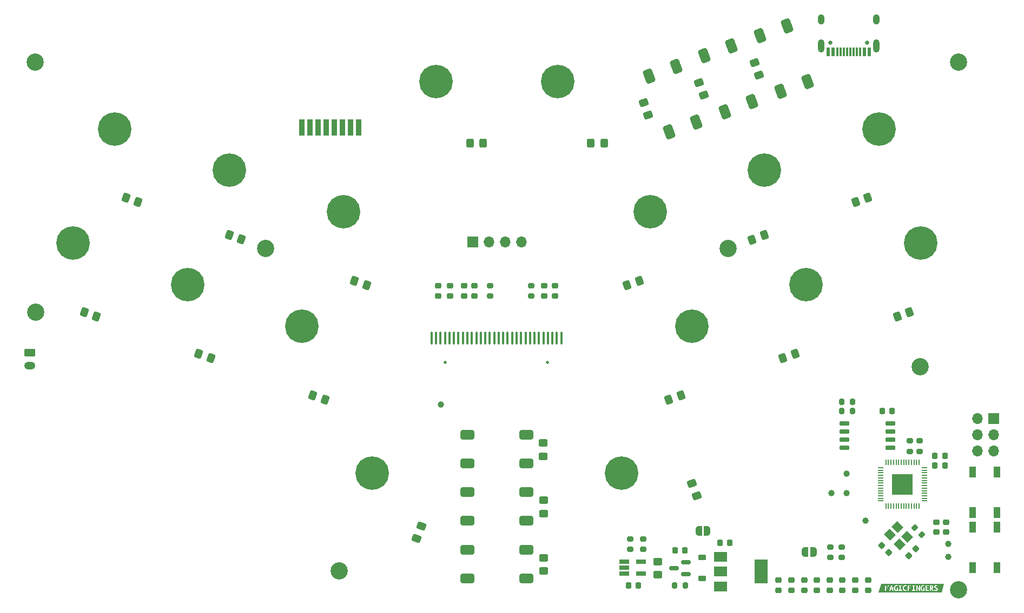
<source format=gbr>
%TF.GenerationSoftware,KiCad,Pcbnew,8.0.2-1*%
%TF.CreationDate,2024-05-28T17:04:48-06:00*%
%TF.ProjectId,magicfingers,6d616769-6366-4696-9e67-6572732e6b69,rev?*%
%TF.SameCoordinates,Original*%
%TF.FileFunction,Soldermask,Top*%
%TF.FilePolarity,Negative*%
%FSLAX46Y46*%
G04 Gerber Fmt 4.6, Leading zero omitted, Abs format (unit mm)*
G04 Created by KiCad (PCBNEW 8.0.2-1) date 2024-05-28 17:04:48*
%MOMM*%
%LPD*%
G01*
G04 APERTURE LIST*
G04 Aperture macros list*
%AMRoundRect*
0 Rectangle with rounded corners*
0 $1 Rounding radius*
0 $2 $3 $4 $5 $6 $7 $8 $9 X,Y pos of 4 corners*
0 Add a 4 corners polygon primitive as box body*
4,1,4,$2,$3,$4,$5,$6,$7,$8,$9,$2,$3,0*
0 Add four circle primitives for the rounded corners*
1,1,$1+$1,$2,$3*
1,1,$1+$1,$4,$5*
1,1,$1+$1,$6,$7*
1,1,$1+$1,$8,$9*
0 Add four rect primitives between the rounded corners*
20,1,$1+$1,$2,$3,$4,$5,0*
20,1,$1+$1,$4,$5,$6,$7,0*
20,1,$1+$1,$6,$7,$8,$9,0*
20,1,$1+$1,$8,$9,$2,$3,0*%
%AMRotRect*
0 Rectangle, with rotation*
0 The origin of the aperture is its center*
0 $1 length*
0 $2 width*
0 $3 Rotation angle, in degrees counterclockwise*
0 Add horizontal line*
21,1,$1,$2,0,0,$3*%
%AMFreePoly0*
4,1,19,0.500000,-0.750000,0.000000,-0.750000,0.000000,-0.744911,-0.071157,-0.744911,-0.207708,-0.704816,-0.327430,-0.627875,-0.420627,-0.520320,-0.479746,-0.390866,-0.500000,-0.250000,-0.500000,0.250000,-0.479746,0.390866,-0.420627,0.520320,-0.327430,0.627875,-0.207708,0.704816,-0.071157,0.744911,0.000000,0.744911,0.000000,0.750000,0.500000,0.750000,0.500000,-0.750000,0.500000,-0.750000,
$1*%
%AMFreePoly1*
4,1,19,0.000000,0.744911,0.071157,0.744911,0.207708,0.704816,0.327430,0.627875,0.420627,0.520320,0.479746,0.390866,0.500000,0.250000,0.500000,-0.250000,0.479746,-0.390866,0.420627,-0.520320,0.327430,-0.627875,0.207708,-0.704816,0.071157,-0.744911,0.000000,-0.744911,0.000000,-0.750000,-0.500000,-0.750000,-0.500000,0.750000,0.000000,0.750000,0.000000,0.744911,0.000000,0.744911,
$1*%
G04 Aperture macros list end*
%ADD10C,0.000000*%
%ADD11RoundRect,0.150000X-0.650000X-0.150000X0.650000X-0.150000X0.650000X0.150000X-0.650000X0.150000X0*%
%ADD12RoundRect,0.225000X-0.250000X0.225000X-0.250000X-0.225000X0.250000X-0.225000X0.250000X0.225000X0*%
%ADD13RoundRect,0.250000X0.151491X0.534018X-0.459309X0.311705X-0.151491X-0.534018X0.459309X-0.311705X0*%
%ADD14RoundRect,0.200000X-0.275000X0.200000X-0.275000X-0.200000X0.275000X-0.200000X0.275000X0.200000X0*%
%ADD15C,2.700000*%
%ADD16C,5.250000*%
%ADD17RoundRect,0.375000X-0.725000X-0.375000X0.725000X-0.375000X0.725000X0.375000X-0.725000X0.375000X0*%
%ADD18RoundRect,0.375000X-0.600349X0.553020X-0.104420X-0.809535X0.600349X-0.553020X0.104420X0.809535X0*%
%ADD19RoundRect,0.250000X-0.450000X0.325000X-0.450000X-0.325000X0.450000X-0.325000X0.450000X0.325000X0*%
%ADD20C,1.000000*%
%ADD21RoundRect,0.225000X0.225000X0.250000X-0.225000X0.250000X-0.225000X-0.250000X0.225000X-0.250000X0*%
%ADD22RoundRect,0.050000X-0.387500X-0.050000X0.387500X-0.050000X0.387500X0.050000X-0.387500X0.050000X0*%
%ADD23RoundRect,0.050000X-0.050000X-0.387500X0.050000X-0.387500X0.050000X0.387500X-0.050000X0.387500X0*%
%ADD24R,3.200000X3.200000*%
%ADD25RoundRect,0.200000X0.275000X-0.200000X0.275000X0.200000X-0.275000X0.200000X-0.275000X-0.200000X0*%
%ADD26C,0.500000*%
%ADD27RoundRect,0.100000X0.100000X-0.900000X0.100000X0.900000X-0.100000X0.900000X-0.100000X-0.900000X0*%
%ADD28RoundRect,0.250000X-0.459309X-0.311705X0.151491X-0.534018X0.459309X0.311705X-0.151491X0.534018X0*%
%ADD29RoundRect,0.250000X0.325000X0.450000X-0.325000X0.450000X-0.325000X-0.450000X0.325000X-0.450000X0*%
%ADD30RoundRect,0.225000X0.017678X-0.335876X0.335876X-0.017678X-0.017678X0.335876X-0.335876X0.017678X0*%
%ADD31RoundRect,0.225000X-0.225000X-0.250000X0.225000X-0.250000X0.225000X0.250000X-0.225000X0.250000X0*%
%ADD32RoundRect,0.250000X-0.534018X0.151491X-0.311705X-0.459309X0.534018X-0.151491X0.311705X0.459309X0*%
%ADD33C,0.650000*%
%ADD34R,0.600000X1.450000*%
%ADD35R,0.300000X1.450000*%
%ADD36O,1.000000X2.100000*%
%ADD37O,1.000000X1.600000*%
%ADD38R,1.560000X0.650000*%
%ADD39R,0.950000X2.500000*%
%ADD40RoundRect,0.225000X0.250000X-0.225000X0.250000X0.225000X-0.250000X0.225000X-0.250000X-0.225000X0*%
%ADD41RoundRect,0.150000X0.587500X0.150000X-0.587500X0.150000X-0.587500X-0.150000X0.587500X-0.150000X0*%
%ADD42RoundRect,0.225000X-0.375000X0.225000X-0.375000X-0.225000X0.375000X-0.225000X0.375000X0.225000X0*%
%ADD43RoundRect,0.200000X0.335876X0.053033X0.053033X0.335876X-0.335876X-0.053033X-0.053033X-0.335876X0*%
%ADD44FreePoly0,180.000000*%
%ADD45FreePoly1,180.000000*%
%ADD46RotRect,1.400000X1.200000X135.000000*%
%ADD47RoundRect,0.200000X-0.200000X-0.275000X0.200000X-0.275000X0.200000X0.275000X-0.200000X0.275000X0*%
%ADD48R,1.700000X1.700000*%
%ADD49O,1.700000X1.700000*%
%ADD50RoundRect,0.225000X0.335876X0.017678X0.017678X0.335876X-0.335876X-0.017678X-0.017678X-0.335876X0*%
%ADD51R,1.000000X1.700000*%
%ADD52RoundRect,0.250000X-0.311705X0.459309X-0.534018X-0.151491X0.311705X-0.459309X0.534018X0.151491X0*%
%ADD53RoundRect,0.200000X0.200000X0.275000X-0.200000X0.275000X-0.200000X-0.275000X0.200000X-0.275000X0*%
%ADD54FreePoly0,0.000000*%
%ADD55FreePoly1,0.000000*%
%ADD56R,2.000000X1.500000*%
%ADD57R,2.000000X3.800000*%
%ADD58RoundRect,0.250000X-0.625000X0.350000X-0.625000X-0.350000X0.625000X-0.350000X0.625000X0.350000X0*%
%ADD59O,1.750000X1.200000*%
G04 APERTURE END LIST*
D10*
%TO.C,kibuzzard-6653CB99*%
G36*
X237033148Y-131299734D02*
G01*
X237055439Y-131386112D01*
X237074247Y-131471793D01*
X237090965Y-131560957D01*
X236922389Y-131560957D01*
X236939804Y-131471793D01*
X236959309Y-131386112D01*
X236981600Y-131299734D01*
X237007374Y-131207087D01*
X237033148Y-131299734D01*
G37*
G36*
X243289611Y-131187234D02*
G01*
X243338024Y-131211267D01*
X243369371Y-131252366D01*
X243379820Y-131311576D01*
X243340811Y-131408403D01*
X243289611Y-131434003D01*
X243214030Y-131442536D01*
X243176414Y-131442536D01*
X243176414Y-131183403D01*
X243204278Y-131179920D01*
X243227962Y-131179224D01*
X243289611Y-131187234D01*
G37*
G36*
X244847776Y-132152598D02*
G01*
X244267281Y-132152598D01*
X243949634Y-132152598D01*
X243611089Y-132152598D01*
X242320996Y-132152598D01*
X241926724Y-132152598D01*
X241334619Y-132152598D01*
X240218674Y-132152598D01*
X239534619Y-132152598D01*
X239162637Y-132152598D01*
X238128891Y-132152598D01*
X237747157Y-132152598D01*
X237160625Y-132152598D01*
X236628427Y-132152598D01*
X235995919Y-132152598D01*
X235415424Y-132152598D01*
X235006105Y-132152598D01*
X235081198Y-131902289D01*
X235995919Y-131902289D01*
X236153349Y-131902289D01*
X236146383Y-131232165D01*
X236248086Y-131597180D01*
X236373473Y-131597180D01*
X236479355Y-131232165D01*
X236470996Y-131902289D01*
X236628427Y-131902289D01*
X236673009Y-131902289D01*
X236851337Y-131902289D01*
X236890346Y-131703063D01*
X237120222Y-131703063D01*
X237160625Y-131902289D01*
X237344526Y-131902289D01*
X237321538Y-131804515D01*
X237298272Y-131709583D01*
X237274727Y-131617493D01*
X237250903Y-131528245D01*
X237234768Y-131470400D01*
X237394680Y-131470400D01*
X237400950Y-131575063D01*
X237419758Y-131666143D01*
X237450060Y-131743465D01*
X237490811Y-131806855D01*
X237541488Y-131856313D01*
X237601569Y-131891840D01*
X237670358Y-131913260D01*
X237747157Y-131920400D01*
X237832316Y-131916917D01*
X237903891Y-131906468D01*
X237999324Y-131881391D01*
X237999324Y-131450895D01*
X237827962Y-131450895D01*
X237827962Y-131765756D01*
X237794526Y-131769936D01*
X237761089Y-131771329D01*
X237677846Y-131753043D01*
X237617591Y-131698186D01*
X237590501Y-131640369D01*
X237574247Y-131564440D01*
X237568829Y-131470400D01*
X237571790Y-131406487D01*
X237580671Y-131348496D01*
X237619680Y-131253759D01*
X237688643Y-131191762D01*
X237791739Y-131169471D01*
X237883690Y-131184796D01*
X237958922Y-131219626D01*
X237971205Y-131182010D01*
X238128891Y-131182010D01*
X238316972Y-131182010D01*
X238316972Y-131760183D01*
X238128891Y-131760183D01*
X238128891Y-131902289D01*
X238676414Y-131902289D01*
X238676414Y-131760183D01*
X238489727Y-131760183D01*
X238489727Y-131470400D01*
X238787869Y-131470400D01*
X238793877Y-131572190D01*
X238811902Y-131661615D01*
X238841942Y-131738676D01*
X238883999Y-131803372D01*
X238957684Y-131868388D01*
X239050563Y-131907397D01*
X239162637Y-131920400D01*
X239238740Y-131915698D01*
X239302143Y-131902289D01*
X239534619Y-131902289D01*
X239705981Y-131902289D01*
X239705981Y-131533093D01*
X240018055Y-131533093D01*
X240018055Y-131390988D01*
X239705981Y-131390988D01*
X239705981Y-131182010D01*
X240062637Y-131182010D01*
X240218674Y-131182010D01*
X240406755Y-131182010D01*
X240406755Y-131760183D01*
X240218674Y-131760183D01*
X240218674Y-131902289D01*
X240766198Y-131902289D01*
X240904123Y-131902289D01*
X241058767Y-131902289D01*
X241058767Y-131329688D01*
X241110547Y-131425276D01*
X241160006Y-131520710D01*
X241207142Y-131615988D01*
X241251956Y-131711267D01*
X241294448Y-131806700D01*
X241334619Y-131902289D01*
X241472544Y-131902289D01*
X241472544Y-131470400D01*
X241574247Y-131470400D01*
X241580516Y-131575063D01*
X241599324Y-131666143D01*
X241629626Y-131743465D01*
X241670377Y-131806855D01*
X241721054Y-131856313D01*
X241781136Y-131891840D01*
X241849924Y-131913260D01*
X241926724Y-131920400D01*
X242011883Y-131916917D01*
X242083458Y-131906468D01*
X242099362Y-131902289D01*
X242320996Y-131902289D01*
X242874092Y-131902289D01*
X242874092Y-131760183D01*
X242492359Y-131760183D01*
X242492359Y-131517768D01*
X242797467Y-131517768D01*
X242797467Y-131375663D01*
X242492359Y-131375663D01*
X242492359Y-131182010D01*
X242843442Y-131182010D01*
X242843442Y-131052443D01*
X243005052Y-131052443D01*
X243005052Y-131902289D01*
X243176414Y-131902289D01*
X243176414Y-131584641D01*
X243265578Y-131584641D01*
X243312773Y-131663531D01*
X243356832Y-131741375D01*
X243396712Y-131820265D01*
X243431368Y-131902289D01*
X243611089Y-131902289D01*
X243590478Y-131854920D01*
X243682142Y-131854920D01*
X243778272Y-131897412D01*
X243853156Y-131914653D01*
X243949634Y-131920400D01*
X244047389Y-131913047D01*
X244127033Y-131890988D01*
X244188566Y-131854224D01*
X244247602Y-131774289D01*
X244267281Y-131666840D01*
X244261360Y-131601882D01*
X244243597Y-131549115D01*
X244182993Y-131471097D01*
X244102188Y-131420942D01*
X244017900Y-131386809D01*
X243964263Y-131365911D01*
X243915501Y-131340137D01*
X243879975Y-131306700D01*
X243866043Y-131262815D01*
X243881213Y-131207861D01*
X243926724Y-131174889D01*
X244002575Y-131163898D01*
X244100795Y-131177830D01*
X244178117Y-131211267D01*
X244228272Y-131078914D01*
X244128659Y-131038511D01*
X244064398Y-131024928D01*
X243990037Y-131020400D01*
X243904665Y-131027985D01*
X243832451Y-131050741D01*
X243773396Y-131088666D01*
X243714359Y-131170168D01*
X243694680Y-131278140D01*
X243716972Y-131380539D01*
X243773396Y-131449502D01*
X243849324Y-131495477D01*
X243930129Y-131527521D01*
X243988643Y-131551902D01*
X244041585Y-131581159D01*
X244080594Y-131618078D01*
X244095919Y-131665446D01*
X244089650Y-131706546D01*
X244066662Y-131742768D01*
X244021383Y-131767846D01*
X243949634Y-131776902D01*
X243880149Y-131772025D01*
X243822157Y-131757397D01*
X243732297Y-131715601D01*
X243682142Y-131854920D01*
X243590478Y-131854920D01*
X243571383Y-131811035D01*
X243523318Y-131714905D01*
X243471770Y-131622954D01*
X243421615Y-131542846D01*
X243482567Y-131503488D01*
X243523318Y-131449502D01*
X243546306Y-131384719D01*
X243553968Y-131312970D01*
X243548222Y-131245226D01*
X243530981Y-131186886D01*
X243464804Y-131098419D01*
X243417436Y-131068117D01*
X243361708Y-131046871D01*
X243298318Y-131034332D01*
X243227962Y-131030152D01*
X243179201Y-131031546D01*
X243120687Y-131035028D01*
X243060083Y-131041994D01*
X243005052Y-131052443D01*
X242843442Y-131052443D01*
X242843442Y-131039905D01*
X242320996Y-131039905D01*
X242320996Y-131902289D01*
X242099362Y-131902289D01*
X242178891Y-131881391D01*
X242178891Y-131450895D01*
X242007529Y-131450895D01*
X242007529Y-131765756D01*
X241974092Y-131769936D01*
X241940656Y-131771329D01*
X241857413Y-131753043D01*
X241797157Y-131698186D01*
X241770067Y-131640369D01*
X241753814Y-131564440D01*
X241748396Y-131470400D01*
X241751356Y-131406487D01*
X241760238Y-131348496D01*
X241799247Y-131253759D01*
X241868210Y-131191762D01*
X241971306Y-131169471D01*
X242063256Y-131184796D01*
X242138489Y-131219626D01*
X242183071Y-131083093D01*
X242154510Y-131066375D01*
X242106445Y-131045477D01*
X242037482Y-131028063D01*
X241947622Y-131020400D01*
X241872041Y-131027540D01*
X241801337Y-131048960D01*
X241737598Y-131084661D01*
X241682916Y-131134641D01*
X241637985Y-131198554D01*
X241603504Y-131276050D01*
X241581561Y-131366782D01*
X241574247Y-131470400D01*
X241472544Y-131470400D01*
X241472544Y-131039905D01*
X241317900Y-131039905D01*
X241317900Y-131570710D01*
X241293345Y-131516375D01*
X241264263Y-131453682D01*
X241231523Y-131385764D01*
X241195996Y-131315756D01*
X241158554Y-131244529D01*
X241120067Y-131172954D01*
X241081058Y-131103817D01*
X241042049Y-131039905D01*
X240904123Y-131039905D01*
X240904123Y-131902289D01*
X240766198Y-131902289D01*
X240766198Y-131760183D01*
X240579510Y-131760183D01*
X240579510Y-131182010D01*
X240766198Y-131182010D01*
X240766198Y-131039905D01*
X240218674Y-131039905D01*
X240218674Y-131182010D01*
X240062637Y-131182010D01*
X240062637Y-131039905D01*
X239534619Y-131039905D01*
X239534619Y-131902289D01*
X239302143Y-131902289D01*
X239305439Y-131901592D01*
X239403659Y-131860493D01*
X239360470Y-131725354D01*
X239290114Y-131756004D01*
X239179355Y-131771329D01*
X239079917Y-131751650D01*
X239012869Y-131692614D01*
X238984619Y-131632474D01*
X238967668Y-131557010D01*
X238962018Y-131466220D01*
X238966720Y-131388202D01*
X238980826Y-131324115D01*
X239029588Y-131232861D01*
X239097854Y-131184100D01*
X239176569Y-131169471D01*
X239280362Y-131184100D01*
X239357684Y-131219626D01*
X239402266Y-131083093D01*
X239373705Y-131066375D01*
X239327033Y-131045477D01*
X239262250Y-131028063D01*
X239179355Y-131020400D01*
X239097680Y-131027888D01*
X239022622Y-131050354D01*
X238955749Y-131087273D01*
X238898628Y-131138124D01*
X238852130Y-131202385D01*
X238817126Y-131279533D01*
X238795184Y-131369046D01*
X238787869Y-131470400D01*
X238489727Y-131470400D01*
X238489727Y-131182010D01*
X238676414Y-131182010D01*
X238676414Y-131039905D01*
X238128891Y-131039905D01*
X238128891Y-131182010D01*
X237971205Y-131182010D01*
X238003504Y-131083093D01*
X237974944Y-131066375D01*
X237926879Y-131045477D01*
X237857916Y-131028063D01*
X237768055Y-131020400D01*
X237692475Y-131027540D01*
X237621770Y-131048960D01*
X237558032Y-131084661D01*
X237503349Y-131134641D01*
X237458419Y-131198554D01*
X237423937Y-131276050D01*
X237401995Y-131366782D01*
X237394680Y-131470400D01*
X237234768Y-131470400D01*
X237226801Y-131441840D01*
X237196456Y-131337046D01*
X237166023Y-131235125D01*
X237135504Y-131136078D01*
X237104897Y-131039905D01*
X236918210Y-131039905D01*
X236888692Y-131135295D01*
X236858651Y-131233384D01*
X236828088Y-131334172D01*
X236797002Y-131437660D01*
X236771981Y-131523341D01*
X236747071Y-131612645D01*
X236722272Y-131705570D01*
X236697585Y-131802118D01*
X236673009Y-131902289D01*
X236628427Y-131902289D01*
X236625292Y-131792052D01*
X236621461Y-131684254D01*
X236616759Y-131578024D01*
X236611012Y-131472490D01*
X236604046Y-131366782D01*
X236595687Y-131260028D01*
X236586457Y-131151360D01*
X236576879Y-131039905D01*
X236434773Y-131039905D01*
X236409696Y-131113744D01*
X236379046Y-131209177D01*
X236344216Y-131315059D01*
X236309386Y-131421638D01*
X236277343Y-131321329D01*
X236243907Y-131214053D01*
X236212560Y-131115137D01*
X236188179Y-131039905D01*
X236046074Y-131039905D01*
X236036844Y-131134293D01*
X236028659Y-131236344D01*
X236021519Y-131343968D01*
X236015424Y-131455075D01*
X236010025Y-131568272D01*
X236004975Y-131682165D01*
X236000273Y-131794316D01*
X235995919Y-131902289D01*
X235081198Y-131902289D01*
X235415424Y-130788202D01*
X235995919Y-130788202D01*
X244267281Y-130788202D01*
X244847776Y-130788202D01*
X245257095Y-130788202D01*
X244847776Y-132152598D01*
G37*
%TD*%
D11*
%TO.C,U3*%
X229640000Y-105690000D03*
X229640000Y-106960000D03*
X229640000Y-108230000D03*
X229640000Y-109500000D03*
X236840000Y-109500000D03*
X236840000Y-108230000D03*
X236840000Y-106960000D03*
X236840000Y-105690000D03*
%TD*%
D12*
%TO.C,C8*%
X219347000Y-130250000D03*
X219347000Y-131800000D03*
%TD*%
D13*
%TO.C,D18*%
X204037711Y-101230967D03*
X202111341Y-101932109D03*
%TD*%
%TO.C,D17*%
X197522227Y-83329823D03*
X195595857Y-84030965D03*
%TD*%
D14*
%TO.C,R14*%
X227426000Y-125032000D03*
X227426000Y-126682000D03*
%TD*%
D15*
%TO.C,REF\u002A\u002A*%
X211480400Y-78232000D03*
%TD*%
D16*
%TO.C,SW17*%
X199250042Y-72520394D03*
%TD*%
D17*
%TO.C,SW10*%
X170600000Y-107451000D03*
X179900000Y-107451000D03*
X170600000Y-111951000D03*
X179900000Y-111951000D03*
%TD*%
D18*
%TO.C,SW9*%
X220672426Y-43315916D03*
X223853213Y-52055057D03*
X216443809Y-44855007D03*
X219624596Y-53594148D03*
%TD*%
D15*
%TO.C,REF\u002A\u002A*%
X247500000Y-49000000D03*
%TD*%
D19*
%TO.C,D25*%
X200397000Y-127350000D03*
X200397000Y-129400000D03*
%TD*%
D20*
%TO.C,TP8*%
X232918000Y-120904000D03*
%TD*%
D21*
%TO.C,C16*%
X211722000Y-124400000D03*
X210172000Y-124400000D03*
%TD*%
D22*
%TO.C,U1*%
X235302500Y-112612500D03*
X235302500Y-113012500D03*
X235302500Y-113412500D03*
X235302500Y-113812500D03*
X235302500Y-114212500D03*
X235302500Y-114612500D03*
X235302500Y-115012500D03*
X235302500Y-115412500D03*
X235302500Y-115812500D03*
X235302500Y-116212500D03*
X235302500Y-116612500D03*
X235302500Y-117012500D03*
X235302500Y-117412500D03*
X235302500Y-117812500D03*
D23*
X236140000Y-118650000D03*
X236540000Y-118650000D03*
X236940000Y-118650000D03*
X237340000Y-118650000D03*
X237740000Y-118650000D03*
X238140000Y-118650000D03*
X238540000Y-118650000D03*
X238940000Y-118650000D03*
X239340000Y-118650000D03*
X239740000Y-118650000D03*
X240140000Y-118650000D03*
X240540000Y-118650000D03*
X240940000Y-118650000D03*
X241340000Y-118650000D03*
D22*
X242177500Y-117812500D03*
X242177500Y-117412500D03*
X242177500Y-117012500D03*
X242177500Y-116612500D03*
X242177500Y-116212500D03*
X242177500Y-115812500D03*
X242177500Y-115412500D03*
X242177500Y-115012500D03*
X242177500Y-114612500D03*
X242177500Y-114212500D03*
X242177500Y-113812500D03*
X242177500Y-113412500D03*
X242177500Y-113012500D03*
X242177500Y-112612500D03*
D23*
X241340000Y-111775000D03*
X240940000Y-111775000D03*
X240540000Y-111775000D03*
X240140000Y-111775000D03*
X239740000Y-111775000D03*
X239340000Y-111775000D03*
X238940000Y-111775000D03*
X238540000Y-111775000D03*
X238140000Y-111775000D03*
X237740000Y-111775000D03*
X237340000Y-111775000D03*
X236940000Y-111775000D03*
X236540000Y-111775000D03*
X236140000Y-111775000D03*
D24*
X238740000Y-115212500D03*
%TD*%
D25*
%TO.C,R12*%
X174184500Y-85711800D03*
X174184500Y-84061800D03*
%TD*%
D16*
%TO.C,SW16*%
X194765526Y-113421538D03*
%TD*%
D19*
%TO.C,D14*%
X182548000Y-126725000D03*
X182548000Y-128775000D03*
%TD*%
D26*
%TO.C,U5*%
X167187000Y-96079000D03*
X183187000Y-96079000D03*
D27*
X165037000Y-92329000D03*
X165737000Y-92329000D03*
X166437000Y-92329000D03*
X167137000Y-92329000D03*
X167837000Y-92329000D03*
X168537000Y-92329000D03*
X169237000Y-92329000D03*
X169937000Y-92329000D03*
X170637000Y-92329000D03*
X171337000Y-92329000D03*
X172037000Y-92329000D03*
X172737000Y-92329000D03*
X173437000Y-92329000D03*
X174137000Y-92329000D03*
X174837000Y-92329000D03*
X175537000Y-92329000D03*
X176237000Y-92329000D03*
X176937000Y-92329000D03*
X177637000Y-92329000D03*
X178337000Y-92329000D03*
X179037000Y-92329000D03*
X179737000Y-92329000D03*
X180437000Y-92329000D03*
X181137000Y-92329000D03*
X181837000Y-92329000D03*
X182537000Y-92329000D03*
X183237000Y-92329000D03*
X183937000Y-92329000D03*
X184637000Y-92329000D03*
X185337000Y-92329000D03*
%TD*%
D16*
%TO.C,SW3*%
X133348703Y-66004681D03*
%TD*%
D28*
%TO.C,D6*%
X146462179Y-101230739D03*
X148388549Y-101931881D03*
%TD*%
D16*
%TO.C,SW18*%
X205765526Y-90421538D03*
%TD*%
D29*
%TO.C,D8*%
X173073000Y-61750000D03*
X171023000Y-61750000D03*
%TD*%
D18*
%TO.C,SW13*%
X211988426Y-46502916D03*
X215169213Y-55242057D03*
X207759809Y-48042007D03*
X210940596Y-56781148D03*
%TD*%
D15*
%TO.C,REF\u002A\u002A*%
X103090000Y-88250000D03*
%TD*%
D17*
%TO.C,SW12*%
X170600000Y-116451000D03*
X179900000Y-116451000D03*
X170600000Y-120951000D03*
X179900000Y-120951000D03*
%TD*%
D15*
%TO.C,REF\u002A\u002A*%
X150590000Y-128750000D03*
%TD*%
D30*
%TO.C,C2*%
X239741992Y-126448008D03*
X240838008Y-125351992D03*
%TD*%
D16*
%TO.C,SW7*%
X155734333Y-113420858D03*
%TD*%
D28*
%TO.C,D3*%
X133352015Y-76103429D03*
X135278385Y-76804571D03*
%TD*%
D12*
%TO.C,C14*%
X229347000Y-130250000D03*
X229347000Y-131800000D03*
%TD*%
D16*
%TO.C,SW21*%
X235052331Y-59489426D03*
%TD*%
D14*
%TO.C,R2*%
X241427000Y-108395000D03*
X241427000Y-110045000D03*
%TD*%
D21*
%TO.C,C19*%
X197422000Y-131100000D03*
X195872000Y-131100000D03*
%TD*%
D12*
%TO.C,C10*%
X223347000Y-130250000D03*
X223347000Y-131800000D03*
%TD*%
D21*
%TO.C,C6*%
X245365000Y-112244000D03*
X243815000Y-112244000D03*
%TD*%
D31*
%TO.C,C3*%
X243815000Y-110744000D03*
X245365000Y-110744000D03*
%TD*%
D14*
%TO.C,R13*%
X229235000Y-125032000D03*
X229235000Y-126682000D03*
%TD*%
D29*
%TO.C,D15*%
X192024000Y-61722000D03*
X189974000Y-61722000D03*
%TD*%
D12*
%TO.C,C25*%
X167961500Y-84111800D03*
X167961500Y-85661800D03*
%TD*%
D19*
%TO.C,D10*%
X182500000Y-108750000D03*
X182500000Y-110800000D03*
%TD*%
D32*
%TO.C,D16*%
X205798858Y-115073630D03*
X206500000Y-117000000D03*
%TD*%
D16*
%TO.C,SW22*%
X241567815Y-77390571D03*
%TD*%
D33*
%TO.C,J1*%
X233210000Y-46000000D03*
X227430000Y-46000000D03*
D34*
X233545000Y-47445000D03*
X232770000Y-47445000D03*
D35*
X232070000Y-47445000D03*
X231570000Y-47445000D03*
X231070000Y-47445000D03*
X230570000Y-47445000D03*
X230070000Y-47445000D03*
X229570000Y-47445000D03*
X229070000Y-47445000D03*
X228570000Y-47445000D03*
D34*
X227870000Y-47445000D03*
X227095000Y-47445000D03*
D36*
X234640000Y-46530000D03*
D37*
X234640000Y-42350000D03*
D36*
X226000000Y-46530000D03*
D37*
X226000000Y-42350000D03*
%TD*%
D12*
%TO.C,C17*%
X233347000Y-130250000D03*
X233347000Y-131800000D03*
%TD*%
D16*
%TO.C,SW4*%
X126833220Y-83905826D03*
%TD*%
D20*
%TO.C,TP9*%
X227584000Y-116586000D03*
%TD*%
D16*
%TO.C,SW1*%
X115447559Y-59489198D03*
%TD*%
D38*
%TO.C,U4*%
X195147000Y-127350000D03*
X195147000Y-128300000D03*
X195147000Y-129250000D03*
X197847000Y-129250000D03*
X197847000Y-127350000D03*
%TD*%
D14*
%TO.C,R9*%
X196147000Y-123775000D03*
X196147000Y-125425000D03*
%TD*%
D21*
%TO.C,C18*%
X237115000Y-103750000D03*
X235565000Y-103750000D03*
%TD*%
D12*
%TO.C,C22*%
X184344500Y-84098800D03*
X184344500Y-85648800D03*
%TD*%
D20*
%TO.C,TP2*%
X245872000Y-124561600D03*
%TD*%
D39*
%TO.C,J6*%
X144730000Y-59275000D03*
X146000000Y-59275000D03*
X147270000Y-59275000D03*
X148540000Y-59275000D03*
X149810000Y-59275000D03*
X151080000Y-59275000D03*
X152350000Y-59275000D03*
X153620000Y-59275000D03*
%TD*%
D12*
%TO.C,C12*%
X225347000Y-130250000D03*
X225347000Y-131800000D03*
%TD*%
D20*
%TO.C,TP6*%
X229971600Y-116586000D03*
%TD*%
D15*
%TO.C,REF\u002A\u002A*%
X241500000Y-96750000D03*
%TD*%
D40*
%TO.C,C5*%
X244040000Y-122700000D03*
X244040000Y-121150000D03*
%TD*%
D20*
%TO.C,TP5*%
X166497000Y-102743000D03*
%TD*%
D41*
%TO.C,Q1*%
X204834500Y-129300000D03*
X204834500Y-127400000D03*
X202959500Y-128350000D03*
%TD*%
D19*
%TO.C,D12*%
X182548000Y-117725000D03*
X182548000Y-119775000D03*
%TD*%
D42*
%TO.C,D24*%
X207397000Y-126700000D03*
X207397000Y-130000000D03*
%TD*%
D28*
%TO.C,D2*%
X110659438Y-88200122D03*
X112585808Y-88901264D03*
%TD*%
D12*
%TO.C,C24*%
X166056500Y-84111800D03*
X166056500Y-85661800D03*
%TD*%
D25*
%TO.C,R10*%
X198147000Y-125425000D03*
X198147000Y-123775000D03*
%TD*%
D13*
%TO.C,D21*%
X233324516Y-70298855D03*
X231398146Y-70999997D03*
%TD*%
D43*
%TO.C,R3*%
X241790000Y-123150000D03*
X240623274Y-121983274D03*
%TD*%
D44*
%TO.C,JP2*%
X208168000Y-122478800D03*
D45*
X206868000Y-122478800D03*
%TD*%
D17*
%TO.C,SW14*%
X170600000Y-125451000D03*
X179900000Y-125451000D03*
X170600000Y-129951000D03*
X179900000Y-129951000D03*
%TD*%
D32*
%TO.C,D13*%
X206893874Y-52241429D03*
X207595016Y-54167799D03*
%TD*%
D16*
%TO.C,SW5*%
X151249848Y-72520165D03*
%TD*%
D46*
%TO.C,Y1*%
X239492081Y-123447919D03*
X237936446Y-121892284D03*
X236734365Y-123094365D03*
X238290000Y-124650000D03*
%TD*%
D47*
%TO.C,R8*%
X229265000Y-103750000D03*
X230915000Y-103750000D03*
%TD*%
D48*
%TO.C,J4*%
X171450000Y-77216000D03*
D49*
X173990000Y-77216000D03*
X176530000Y-77216000D03*
X179070000Y-77216000D03*
%TD*%
D13*
%TO.C,D20*%
X221938855Y-94715484D03*
X220012485Y-95416626D03*
%TD*%
D12*
%TO.C,C15*%
X231347000Y-130250000D03*
X231347000Y-131800000D03*
%TD*%
D47*
%TO.C,R7*%
X229265000Y-102250000D03*
X230915000Y-102250000D03*
%TD*%
D15*
%TO.C,REF\u002A\u002A*%
X139039600Y-78232000D03*
%TD*%
D50*
%TO.C,C1*%
X236571631Y-125931631D03*
X235475615Y-124835615D03*
%TD*%
D40*
%TO.C,C20*%
X170120500Y-85661800D03*
X170120500Y-84111800D03*
%TD*%
D51*
%TO.C,SW24*%
X249687000Y-119609000D03*
X249687000Y-113309000D03*
X253487000Y-119609000D03*
X253487000Y-113309000D03*
%TD*%
D15*
%TO.C,REF\u002A\u002A*%
X103000000Y-49000000D03*
%TD*%
D13*
%TO.C,D22*%
X239840000Y-88200000D03*
X237913630Y-88901142D03*
%TD*%
D21*
%TO.C,C11*%
X204672000Y-125600000D03*
X203122000Y-125600000D03*
%TD*%
D20*
%TO.C,TP1*%
X245872000Y-126593600D03*
%TD*%
D16*
%TO.C,SW8*%
X165724623Y-52050693D03*
%TD*%
%TO.C,SW15*%
X184774623Y-52050693D03*
%TD*%
D40*
%TO.C,C23*%
X171771500Y-85661800D03*
X171771500Y-84111800D03*
%TD*%
D12*
%TO.C,C9*%
X221347000Y-130250000D03*
X221347000Y-131800000D03*
%TD*%
D25*
%TO.C,R1*%
X239927000Y-110045000D03*
X239927000Y-108395000D03*
%TD*%
D18*
%TO.C,SW11*%
X203304820Y-49690094D03*
X206485607Y-58429235D03*
X199076203Y-51229185D03*
X202256990Y-59968326D03*
%TD*%
D16*
%TO.C,SW6*%
X144734364Y-90421310D03*
%TD*%
D12*
%TO.C,C13*%
X227347000Y-130250000D03*
X227347000Y-131800000D03*
%TD*%
D32*
%TO.C,D9*%
X215579858Y-49127630D03*
X216281000Y-51054000D03*
%TD*%
D16*
%TO.C,SW19*%
X217151187Y-66004910D03*
%TD*%
D15*
%TO.C,REF\u002A\u002A*%
X247500000Y-131750000D03*
%TD*%
D32*
%TO.C,D11*%
X198201716Y-55405116D03*
X198902858Y-57331486D03*
%TD*%
D52*
%TO.C,D7*%
X163398571Y-121786815D03*
X162697429Y-123713185D03*
%TD*%
D40*
%TO.C,C21*%
X182693500Y-85661800D03*
X182693500Y-84111800D03*
%TD*%
D28*
%TO.C,D1*%
X117175374Y-70298627D03*
X119101744Y-70999769D03*
%TD*%
D13*
%TO.C,D19*%
X217117185Y-76154229D03*
X215190815Y-76855371D03*
%TD*%
D20*
%TO.C,TP4*%
X229971600Y-113538000D03*
%TD*%
D53*
%TO.C,R6*%
X204722000Y-131100000D03*
X203072000Y-131100000D03*
%TD*%
D12*
%TO.C,C7*%
X245540000Y-121150000D03*
X245540000Y-122700000D03*
%TD*%
D16*
%TO.C,SW20*%
X223666670Y-83906055D03*
%TD*%
D54*
%TO.C,JP1*%
X223505000Y-125857000D03*
D55*
X224805000Y-125857000D03*
%TD*%
D16*
%TO.C,SW2*%
X108932075Y-77390342D03*
%TD*%
D14*
%TO.C,R11*%
X180661500Y-84061800D03*
X180661500Y-85711800D03*
%TD*%
D51*
%TO.C,SW23*%
X249687000Y-128245000D03*
X249687000Y-121945000D03*
X253487000Y-128245000D03*
X253487000Y-121945000D03*
%TD*%
D56*
%TO.C,U2*%
X210297000Y-126600000D03*
X210297000Y-128900000D03*
D57*
X216597000Y-128900000D03*
D56*
X210297000Y-131200000D03*
%TD*%
D28*
%TO.C,D4*%
X128561035Y-94715255D03*
X130487405Y-95416397D03*
%TD*%
%TO.C,D5*%
X152977663Y-83329594D03*
X154904033Y-84030736D03*
%TD*%
D48*
%TO.C,J2*%
X252989000Y-104902000D03*
D49*
X250449000Y-104902000D03*
X252989000Y-107442000D03*
X250449000Y-107442000D03*
X252989000Y-109982000D03*
X250449000Y-109982000D03*
%TD*%
D58*
%TO.C,J5*%
X102176000Y-94600000D03*
D59*
X102176000Y-96600000D03*
%TD*%
M02*

</source>
